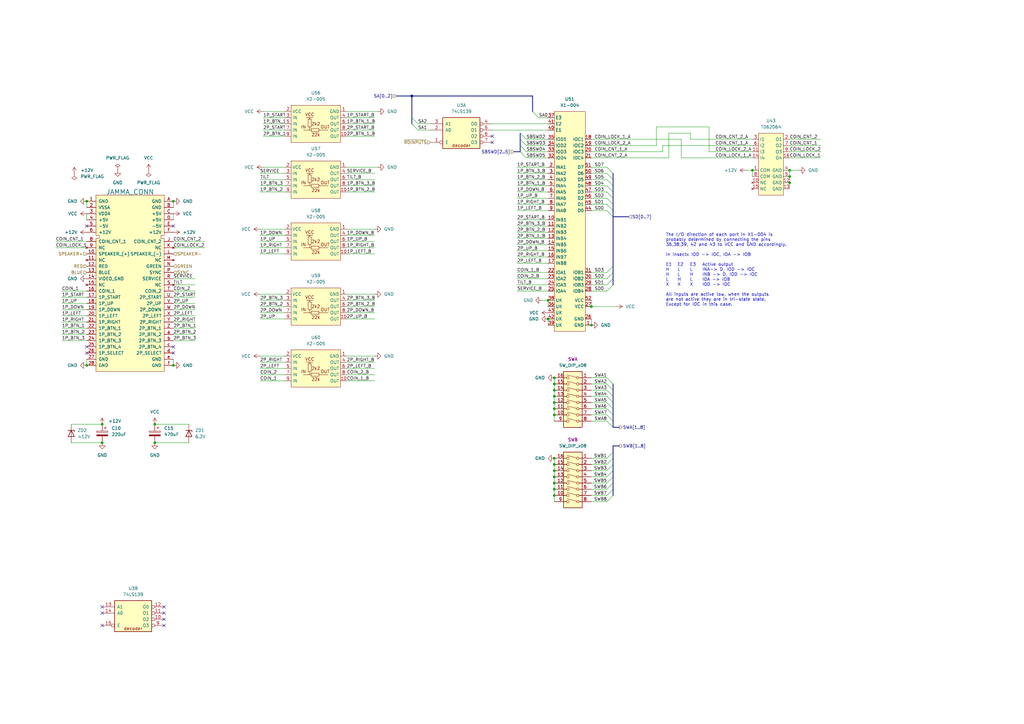
<source format=kicad_sch>
(kicad_sch (version 20211123) (generator eeschema)
  (paper "A3")
  (title_block (title "Insector X - P0-056A") (date "2022-11-14") (company "Ulf Skutnabba, twitter: @skutis77"))
  (lib_symbols
    (symbol "Device:C_Polarized" (pin_numbers hide) (pin_names (offset 0.254))
      (property "Reference" "C" (at 0.635 2.54 0))
      (property "Value" "C_Polarized" (at 0.635 -2.54 0))
      (symbol "C_Polarized_0_1"
        (rectangle (start -2.286 0.508) (end 2.286 1.016))
        (polyline (pts (xy -1.778 2.286) (xy -0.762 2.286)))
        (polyline (pts (xy -1.27 2.794) (xy -1.27 1.778)))
        (rectangle (start 2.286 -0.508) (end -2.286 -1.016) (fill (type outline)))
      )
      (symbol "C_Polarized_1_1"
        (pin passive line (at 0 3.81 270) (length 2.794) (name "~") (number "1"))
        (pin passive line (at 0 -3.81 90) (length 2.794) (name "~") (number "2"))
      )
    )
    (symbol "Device:D_Zener" (pin_numbers hide) (pin_names (offset 1.016) hide)
      (property "Reference" "D" (at 0 2.54 0))
      (property "Value" "D_Zener" (at 0 -2.54 0))
      (symbol "D_Zener_0_1"
        (polyline (pts (xy 1.27 0) (xy -1.27 0)))
        (polyline (pts (xy -1.27 -1.27) (xy -1.27 1.27) (xy -0.762 1.27)) (stroke (width 0.254)))
        (polyline (pts (xy 1.27 -1.27) (xy 1.27 1.27) (xy -1.27 0) (xy 1.27 -1.27)) (stroke (width 0.254)))
      )
      (symbol "D_Zener_1_1"
        (pin passive line (at -3.81 0 0) (length 2.54) (name "K") (number "1"))
        (pin passive line (at 3.81 0 180) (length 2.54) (name "A") (number "2"))
      )
    )
    (symbol "Switch:SW_DIP_x08" (pin_names (offset 0) hide)
      (property "Reference" "SW" (at 0 13.97 0))
      (property "Value" "SW_DIP_x08" (at 0 -11.43 0))
      (symbol "SW_DIP_x08_0_0"
        (circle (center -2.032 -7.62) (radius 0.508))
        (circle (center -2.032 -5.08) (radius 0.508))
        (circle (center -2.032 -2.54) (radius 0.508))
        (circle (center -2.032 0) (radius 0.508))
        (circle (center -2.032 2.54) (radius 0.508))
        (circle (center -2.032 5.08) (radius 0.508))
        (circle (center -2.032 7.62) (radius 0.508))
        (circle (center -2.032 10.16) (radius 0.508))
        (polyline (pts (xy -1.524 -7.4676) (xy 2.3622 -6.4262)))
        (polyline (pts (xy -1.524 -4.9276) (xy 2.3622 -3.8862)))
        (polyline (pts (xy -1.524 -2.3876) (xy 2.3622 -1.3462)))
        (polyline (pts (xy -1.524 0.127) (xy 2.3622 1.1684)))
        (polyline (pts (xy -1.524 2.667) (xy 2.3622 3.7084)))
        (polyline (pts (xy -1.524 5.207) (xy 2.3622 6.2484)))
        (polyline (pts (xy -1.524 7.747) (xy 2.3622 8.7884)))
        (polyline (pts (xy -1.524 10.287) (xy 2.3622 11.3284)))
        (circle (center 2.032 -7.62) (radius 0.508))
        (circle (center 2.032 -5.08) (radius 0.508))
        (circle (center 2.032 -2.54) (radius 0.508))
        (circle (center 2.032 0) (radius 0.508))
        (circle (center 2.032 2.54) (radius 0.508))
        (circle (center 2.032 5.08) (radius 0.508))
        (circle (center 2.032 7.62) (radius 0.508))
        (circle (center 2.032 10.16) (radius 0.508))
      )
      (symbol "SW_DIP_x08_0_1"
        (rectangle (start -3.81 12.7) (end 3.81 -10.16) (stroke (width 0.254)) (fill (type background)))
      )
      (symbol "SW_DIP_x08_1_1"
        (pin passive line (at -7.62 10.16 0) (length 5.08) (name "~") (number "1"))
        (pin passive line (at 7.62 -5.08 180) (length 5.08) (name "~") (number "10"))
        (pin passive line (at 7.62 -2.54 180) (length 5.08) (name "~") (number "11"))
        (pin passive line (at 7.62 0 180) (length 5.08) (name "~") (number "12"))
        (pin passive line (at 7.62 2.54 180) (length 5.08) (name "~") (number "13"))
        (pin passive line (at 7.62 5.08 180) (length 5.08) (name "~") (number "14"))
        (pin passive line (at 7.62 7.62 180) (length 5.08) (name "~") (number "15"))
        (pin passive line (at 7.62 10.16 180) (length 5.08) (name "~") (number "16"))
        (pin passive line (at -7.62 7.62 0) (length 5.08) (name "~") (number "2"))
        (pin passive line (at -7.62 5.08 0) (length 5.08) (name "~") (number "3"))
        (pin passive line (at -7.62 2.54 0) (length 5.08) (name "~") (number "4"))
        (pin passive line (at -7.62 0 0) (length 5.08) (name "~") (number "5"))
        (pin passive line (at -7.62 -2.54 0) (length 5.08) (name "~") (number "6"))
        (pin passive line (at -7.62 -5.08 0) (length 5.08) (name "~") (number "7"))
        (pin passive line (at -7.62 -7.62 0) (length 5.08) (name "~") (number "8"))
        (pin passive line (at 7.62 -7.62 180) (length 5.08) (name "~") (number "9"))
      )
    )
    (symbol "arcade:JAMMA_CONN" (pin_names (offset 1.016))
      (property "Reference" "U" (at 10.16 -8.89 90))
      (property "Value" "JAMMA_CONN" (at 13.97 -10.16 90))
      (symbol "JAMMA_CONN_0_1"
        (polyline (pts (xy 0 0) (xy 0 -16.51) (xy 1.27 -16.51) (xy 1.27 -17.78) (xy 0 -17.78) (xy 0 -72.39) (xy 27.94 -72.39) (xy 27.94 -17.78) (xy 26.67 -17.78) (xy 26.67 -16.51) (xy 27.94 -16.51) (xy 27.94 0) (xy 0 0)) (fill (type background)))
      )
      (symbol "JAMMA_CONN_1_1"
        (pin passive line (at -3.81 -2.54 0) (length 3.81) (name "GND") (number "1"))
        (pin input line (at -3.81 -24.13 0) (length 3.81) (name "SPEAKER_(+)") (number "10"))
        (pin no_connect line (at -3.81 -26.67 0) (length 3.81) (name "NC") (number "11"))
        (pin input line (at -3.81 -29.21 0) (length 3.81) (name "RED") (number "12"))
        (pin input line (at -3.81 -31.75 0) (length 3.81) (name "BLUE") (number "13"))
        (pin passive line (at -3.81 -34.29 0) (length 3.81) (name "VIDEO_GND") (number "14"))
        (pin no_connect line (at -3.81 -36.83 0) (length 3.81) (name "NC") (number "15"))
        (pin output line (at -3.81 -39.37 0) (length 3.81) (name "COIN_1") (number "16"))
        (pin output line (at -3.81 -41.91 0) (length 3.81) (name "1P_START") (number "17"))
        (pin output line (at -3.81 -44.45 0) (length 3.81) (name "1P_UP") (number "18"))
        (pin output line (at -3.81 -46.99 0) (length 3.81) (name "1P_DOWN") (number "19"))
        (pin passive line (at -3.81 -5.08 0) (length 3.81) (name "VSSA") (number "2"))
        (pin output line (at -3.81 -49.53 0) (length 3.81) (name "1P_LEFT") (number "20"))
        (pin output line (at -3.81 -52.07 0) (length 3.81) (name "1P_RIGHT") (number "21"))
        (pin output line (at -3.81 -54.61 0) (length 3.81) (name "1P_BTN_1") (number "22"))
        (pin output line (at -3.81 -57.15 0) (length 3.81) (name "1P_BTN_2") (number "23"))
        (pin output line (at -3.81 -59.69 0) (length 3.81) (name "1P_BTN_3") (number "24"))
        (pin output line (at -3.81 -62.23 0) (length 3.81) (name "1P_BTN_4") (number "25"))
        (pin output line (at -3.81 -64.77 0) (length 3.81) (name "1P_SELECT") (number "26"))
        (pin passive line (at -3.81 -67.31 0) (length 3.81) (name "GND") (number "27"))
        (pin passive line (at -3.81 -69.85 0) (length 3.81) (name "GND") (number "28"))
        (pin passive line (at -3.81 -7.62 0) (length 3.81) (name "VDDA") (number "3"))
        (pin passive line (at -3.81 -10.16 0) (length 3.81) (name "+5V") (number "4"))
        (pin passive line (at -3.81 -12.7 0) (length 3.81) (name "-5V") (number "5"))
        (pin passive line (at -3.81 -15.24 0) (length 3.81) (name "+12V") (number "6"))
        (pin input line (at -3.81 -19.05 0) (length 3.81) (name "COIN_CNT_1") (number "8"))
        (pin no_connect line (at -3.81 -21.59 0) (length 3.81) (name "NC") (number "9"))
        (pin passive line (at 31.75 -2.54 180) (length 3.81) (name "GND") (number "A"))
        (pin passive line (at 31.75 -5.08 180) (length 3.81) (name "GND") (number "B"))
        (pin passive line (at 31.75 -7.62 180) (length 3.81) (name "+5V") (number "C"))
        (pin passive line (at 31.75 -10.16 180) (length 3.81) (name "+5V") (number "D"))
        (pin passive line (at 31.75 -12.7 180) (length 3.81) (name "-5V") (number "E"))
        (pin passive line (at 31.75 -15.24 180) (length 3.81) (name "+12V") (number "F"))
        (pin input line (at 31.75 -19.05 180) (length 3.81) (name "COIN_CNT_2") (number "J"))
        (pin no_connect line (at 31.75 -21.59 180) (length 3.81) (name "NC") (number "K"))
        (pin input line (at 31.75 -24.13 180) (length 3.81) (name "SPEAKER_(-)") (number "L"))
        (pin no_connect line (at 31.75 -26.67 180) (length 3.81) (name "NC") (number "M"))
        (pin input line (at 31.75 -29.21 180) (length 3.81) (name "GREEN") (number "N"))
        (pin input line (at 31.75 -31.75 180) (length 3.81) (name "SYNC") (number "P"))
        (pin output line (at 31.75 -34.29 180) (length 3.81) (name "SERVICE") (number "R"))
        (pin no_connect line (at 31.75 -36.83 180) (length 3.81) (name "NC") (number "S"))
        (pin output line (at 31.75 -39.37 180) (length 3.81) (name "COIN_2") (number "T"))
        (pin output line (at 31.75 -41.91 180) (length 3.81) (name "2P_START") (number "U"))
        (pin output line (at 31.75 -44.45 180) (length 3.81) (name "2P_UP") (number "V"))
        (pin output line (at 31.75 -46.99 180) (length 3.81) (name "2P_DOWN") (number "W"))
        (pin output line (at 31.75 -49.53 180) (length 3.81) (name "2P_LEFT") (number "X"))
        (pin output line (at 31.75 -52.07 180) (length 3.81) (name "2P_RIGHT") (number "Y"))
        (pin output line (at 31.75 -54.61 180) (length 3.81) (name "2P_BTN_1") (number "Z"))
        (pin output line (at 31.75 -57.15 180) (length 3.81) (name "2P_BTN_2") (number "a"))
        (pin output line (at 31.75 -59.69 180) (length 3.81) (name "2P_BTN_3") (number "b"))
        (pin output line (at 31.75 -62.23 180) (length 3.81) (name "2P_BTN_4") (number "c"))
        (pin output line (at 31.75 -64.77 180) (length 3.81) (name "2P_SELECT") (number "d"))
        (pin passive line (at 31.75 -67.31 180) (length 3.81) (name "GND") (number "e"))
        (pin passive line (at 31.75 -69.85 180) (length 3.81) (name "GND") (number "f"))
      )
    )
    (symbol "jt74:74LS139" (pin_names (offset 1.016))
      (property "Reference" "U" (at -7.62 8.89 0))
      (property "Value" "74LS139" (at -7.62 -8.89 0))
      (symbol "74LS139_0_0"
        (text "decoder" (at 0 -6.35 0) (effects (font (size 1.27 1.27))))
      )
      (symbol "74LS139_1_0"
        (pin input inverted (at -12.7 -5.08 0) (length 5.08) (name "E") (number "1"))
        (pin input line (at -12.7 0 0) (length 5.08) (name "A0") (number "2"))
        (pin input line (at -12.7 2.54 0) (length 5.08) (name "A1") (number "3"))
        (pin output inverted (at 12.7 2.54 180) (length 5.08) (name "O0") (number "4"))
        (pin output inverted (at 12.7 0 180) (length 5.08) (name "O1") (number "5"))
        (pin output inverted (at 12.7 -2.54 180) (length 5.08) (name "O2") (number "6"))
        (pin output inverted (at 12.7 -5.08 180) (length 5.08) (name "O3") (number "7"))
      )
      (symbol "74LS139_1_1"
        (rectangle (start -7.62 5.08) (end 7.62 -7.62) (stroke (width 0.254)) (fill (type background)))
      )
      (symbol "74LS139_2_0"
        (pin output inverted (at 12.7 -2.54 180) (length 5.08) (name "O2") (number "10"))
        (pin output inverted (at 12.7 0 180) (length 5.08) (name "O1") (number "11"))
        (pin output inverted (at 12.7 2.54 180) (length 5.08) (name "O0") (number "12"))
        (pin input line (at -12.7 2.54 0) (length 5.08) (name "A1") (number "13"))
        (pin input line (at -12.7 0 0) (length 5.08) (name "A0") (number "14"))
        (pin input inverted (at -12.7 -5.08 0) (length 5.08) (name "E") (number "15"))
        (pin output inverted (at 12.7 -5.08 180) (length 5.08) (name "O3") (number "9"))
      )
      (symbol "74LS139_2_1"
        (rectangle (start -7.62 5.08) (end 7.62 -7.62) (stroke (width 0.254)) (fill (type background)))
      )
      (symbol "74LS139_3_0"
        (pin power_in line (at 0 7.62 270) (length 5.08) hide (name "VCC") (number "16"))
        (pin power_in line (at 0 -7.62 90) (length 5.08) hide (name "VSS") (number "8"))
      )
      (symbol "74LS139_3_1"
        (rectangle (start -5.08 7.62) (end 5.08 -7.62) (stroke (width 0.254)) (fill (type background)))
      )
    )
    (symbol "jtkicad-Toshiba:TD62064"
      (property "Reference" "U" (at 0 13.97 0))
      (property "Value" "TD62064" (at 0 0 0))
      (symbol "TD62064_0_1"
        (rectangle (start -5.08 12.7) (end 5.08 -12.7) (fill (type background)))
      )
      (symbol "TD62064_1_1"
        (pin power_in line (at -7.62 -2.54 0) (length 2.54) (name "COM") (number "1"))
        (pin no_connect line (at -7.62 -7.62 0) (length 2.54) (name "NC") (number "10"))
        (pin input line (at -7.62 5.08 0) (length 2.54) (name "I3") (number "11"))
        (pin power_in line (at 7.62 -7.62 180) (length 2.54) (name "GND") (number "12"))
        (pin power_in line (at 7.62 -10.16 180) (length 2.54) (name "GND") (number "13"))
        (pin input line (at -7.62 2.54 0) (length 2.54) (name "I4") (number "14"))
        (pin no_connect line (at -7.62 -10.16 0) (length 2.54) (name "NC") (number "15"))
        (pin open_collector line (at 7.62 2.54 180) (length 2.54) (name "O4") (number "16"))
        (pin open_collector line (at 7.62 10.16 180) (length 2.54) (name "O1") (number "2"))
        (pin input line (at -7.62 10.16 0) (length 2.54) (name "I1") (number "3"))
        (pin power_in line (at 7.62 -2.54 180) (length 2.54) (name "GND") (number "4"))
        (pin power_in line (at 7.62 -5.08 180) (length 2.54) (name "GND") (number "5"))
        (pin input line (at -7.62 7.62 0) (length 2.54) (name "I2") (number "6"))
        (pin open_collector line (at 7.62 7.62 180) (length 2.54) (name "O2") (number "7"))
        (pin power_in line (at -7.62 -5.08 0) (length 2.54) (name "COM") (number "8"))
        (pin open_collector line (at 7.62 5.08 180) (length 2.54) (name "O3") (number "9"))
      )
    )
    (symbol "jtkicad-seta:X1-004"
      (property "Reference" "U" (at 0 46.99 0))
      (property "Value" "X1-004" (at 0 -45.72 0))
      (symbol "X1-004_0_0"
        (rectangle (start -6.35 45.72) (end 6.35 -44.45) (fill (type background)))
      )
      (symbol "X1-004_1_1"
        (pin power_in line (at 8.89 -41.91 180) (length 2.54) (name "GND") (number "1"))
        (pin input line (at -8.89 1.27 0) (length 2.54) (name "INB1") (number "10"))
        (pin input line (at -8.89 -1.27 0) (length 2.54) (name "INB2") (number "11"))
        (pin input line (at -8.89 -3.81 0) (length 2.54) (name "INB3") (number "12"))
        (pin input line (at -8.89 -6.35 0) (length 2.54) (name "INB4") (number "13"))
        (pin input line (at -8.89 -8.89 0) (length 2.54) (name "INB5") (number "14"))
        (pin input line (at -8.89 -11.43 0) (length 2.54) (name "INB6") (number "15"))
        (pin input line (at -8.89 -13.97 0) (length 2.54) (name "INB7") (number "16"))
        (pin input line (at -8.89 -16.51 0) (length 2.54) (name "INB8") (number "17"))
        (pin bidirectional line (at 8.89 34.29 180) (length 2.54) (name "IOC1") (number "18"))
        (pin bidirectional line (at 8.89 31.75 180) (length 2.54) (name "IOC2") (number "19"))
        (pin input line (at -8.89 22.86 0) (length 2.54) (name "INA1") (number "2"))
        (pin bidirectional line (at 8.89 29.21 180) (length 2.54) (name "IOC3") (number "20"))
        (pin bidirectional line (at 8.89 26.67 180) (length 2.54) (name "IOC4") (number "21"))
        (pin bidirectional line (at -8.89 -20.32 0) (length 2.54) (name "IOA1") (number "22"))
        (pin bidirectional line (at -8.89 -22.86 0) (length 2.54) (name "IOA2") (number "23"))
        (pin bidirectional line (at -8.89 -25.4 0) (length 2.54) (name "IOA3") (number "24"))
        (pin bidirectional line (at -8.89 -27.94 0) (length 2.54) (name "IOA4") (number "25"))
        (pin power_in line (at 8.89 -39.37 180) (length 2.54) (name "GND") (number "26"))
        (pin power_in line (at 8.89 -34.29 180) (length 2.54) (name "VCC") (number "27"))
        (pin bidirectional line (at 8.89 -27.94 180) (length 2.54) (name "IOB4") (number "28"))
        (pin bidirectional line (at 8.89 -25.4 180) (length 2.54) (name "IOB3") (number "29"))
        (pin input line (at -8.89 20.32 0) (length 2.54) (name "INA2") (number "3"))
        (pin bidirectional line (at 8.89 -22.86 180) (length 2.54) (name "IOB2") (number "30"))
        (pin bidirectional line (at 8.89 -20.32 180) (length 2.54) (name "IOB1") (number "31"))
        (pin bidirectional line (at -8.89 26.67 0) (length 2.54) (name "IOD4") (number "32"))
        (pin bidirectional line (at -8.89 29.21 0) (length 2.54) (name "IOD3") (number "33"))
        (pin bidirectional line (at -8.89 31.75 0) (length 2.54) (name "IOD2") (number "34"))
        (pin bidirectional line (at -8.89 34.29 0) (length 2.54) (name "IOD1") (number "35"))
        (pin input line (at -8.89 -34.29 0) (length 2.54) (name "UK") (number "36"))
        (pin input line (at -8.89 43.18 0) (length 2.54) (name "E3") (number "37"))
        (pin input line (at -8.89 -31.75 0) (length 2.54) (name "UK") (number "38"))
        (pin input line (at -8.89 -41.91 0) (length 2.54) (name "UK") (number "39"))
        (pin input line (at -8.89 17.78 0) (length 2.54) (name "INA3") (number "4"))
        (pin input line (at -8.89 38.1 0) (length 2.54) (name "E1") (number "40"))
        (pin input line (at -8.89 40.64 0) (length 2.54) (name "E2") (number "41"))
        (pin input line (at -8.89 -39.37 0) (length 2.54) (name "UK") (number "42"))
        (pin input line (at -8.89 -36.83 0) (length 2.54) (name "UK") (number "43"))
        (pin output line (at 8.89 5.08 180) (length 2.54) (name "D0") (number "44"))
        (pin output line (at 8.89 7.62 180) (length 2.54) (name "D1") (number "45"))
        (pin output line (at 8.89 10.16 180) (length 2.54) (name "D2") (number "46"))
        (pin output line (at 8.89 12.7 180) (length 2.54) (name "D3") (number "47"))
        (pin output line (at 8.89 15.24 180) (length 2.54) (name "D4") (number "48"))
        (pin output line (at 8.89 17.78 180) (length 2.54) (name "D5") (number "49"))
        (pin input line (at -8.89 15.24 0) (length 2.54) (name "INA4") (number "5"))
        (pin output line (at 8.89 20.32 180) (length 2.54) (name "D6") (number "50"))
        (pin output line (at 8.89 22.86 180) (length 2.54) (name "D7") (number "51"))
        (pin power_in line (at 8.89 -31.75 180) (length 2.54) (name "VCC") (number "52"))
        (pin input line (at -8.89 12.7 0) (length 2.54) (name "INA5") (number "6"))
        (pin input line (at -8.89 10.16 0) (length 2.54) (name "INA6") (number "7"))
        (pin input line (at -8.89 7.62 0) (length 2.54) (name "INA7") (number "8"))
        (pin input line (at -8.89 5.08 0) (length 2.54) (name "INA8") (number "9"))
      )
    )
    (symbol "power:+12V" (power) (pin_names (offset 0))
      (property "Value" "+12V" (at 0 3.556 0))
      (symbol "+12V_0_1"
        (polyline (pts (xy -0.762 1.27) (xy 0 2.54)))
        (polyline (pts (xy 0 0) (xy 0 2.54)))
        (polyline (pts (xy 0 2.54) (xy 0.762 1.27)))
      )
      (symbol "+12V_1_1"
        (pin power_in line (at 0 0 90) (length 0) hide (name "+12V") (number "1"))
      )
    )
    (symbol "power:GND" (power) (pin_names (offset 0))
      (property "Value" "GND" (at 0 -3.81 0))
      (symbol "GND_0_1"
        (polyline (pts (xy 0 0) (xy 0 -1.27) (xy 1.27 -1.27) (xy 0 -2.54) (xy -1.27 -1.27) (xy 0 -1.27)))
      )
      (symbol "GND_1_1"
        (pin power_in line (at 0 0 270) (length 0) hide (name "GND") (number "1"))
      )
    )
    (symbol "power:PWR_FLAG" (power) (pin_numbers hide) (pin_names (offset 0) hide)
      (property "Value" "PWR_FLAG" (at 0 3.81 0))
      (symbol "PWR_FLAG_0_0"
        (pin power_out line (at 0 0 90) (length 0) (name "pwr") (number "1"))
      )
      (symbol "PWR_FLAG_0_1"
        (polyline (pts (xy 0 0) (xy 0 1.27) (xy -1.016 1.905) (xy 0 2.54) (xy 1.016 1.905) (xy 0 1.27)))
      )
    )
    (symbol "power:VCC" (power) (pin_names (offset 0))
      (property "Value" "VCC" (at 0 3.81 0))
      (symbol "VCC_0_1"
        (polyline (pts (xy -0.762 1.27) (xy 0 2.54)))
        (polyline (pts (xy 0 0) (xy 0 2.54)))
        (polyline (pts (xy 0 2.54) (xy 0.762 1.27)))
      )
      (symbol "VCC_1_1"
        (pin power_in line (at 0 0 90) (length 0) hide (name "VCC") (number "1"))
      )
    )
    (symbol "seta:X2-005"
      (property "Reference" "U" (at 11.43 3.81 0))
      (property "Value" "X2-005" (at 11.43 -13.97 0))
      (symbol "X2-005_0_0"
        (polyline (pts (xy 7.62 -7.62) (xy 10.795 -7.62)))
        (polyline (pts (xy 8.89 -2.54) (xy 11.43 -2.54)))
        (polyline (pts (xy 10.16 -6.35) (xy 10.16 -7.62)))
        (polyline (pts (xy 13.97 -7.62) (xy 17.78 -7.62)))
        (polyline (pts (xy 10.16 -3.175) (xy 10.16 -2.54) (xy 9.525 -2.54)))
        (rectangle (start 2.54 2.54) (end 22.86 -12.7) (fill (type background)))
        (text "22k" (at 12.7 -9.525 0) (effects (font (size 1.27 1.27))))
        (text "2k2" (at 12.7 -5.08 0) (effects (font (size 1.27 1.27))))
        (text "IN" (at 7.62 -6.35 0) (effects (font (size 1.27 1.27))))
        (text "OUT" (at 16.51 -6.35 0) (effects (font (size 1.27 1.27))))
        (text "VCC" (at 10.16 -1.27 0) (effects (font (size 1.27 1.27))))
      )
      (symbol "X2-005_0_1"
        (rectangle (start 9.525 -6.35) (end 10.795 -3.175))
        (rectangle (start 10.795 -6.985) (end 13.97 -8.255))
      )
      (symbol "X2-005_1_1"
        (pin passive line (at 25.4 0 180) (length 2.54) (name "GND") (number "1"))
        (pin passive line (at 25.4 -10.16 180) (length 2.54) (name "OUT") (number "10"))
        (pin passive line (at 0 0 0) (length 2.54) (name "VCC") (number "2"))
        (pin passive line (at 0 -2.54 0) (length 2.54) (name "IN") (number "3"))
        (pin passive line (at 25.4 -2.54 180) (length 2.54) (name "OUT") (number "4"))
        (pin passive line (at 0 -5.08 0) (length 2.54) (name "IN") (number "5"))
        (pin passive line (at 25.4 -5.08 180) (length 2.54) (name "OUT") (number "6"))
        (pin passive line (at 0 -7.62 0) (length 2.54) (name "IN") (number "7"))
        (pin passive line (at 25.4 -7.62 180) (length 2.54) (name "OUT") (number "8"))
        (pin passive line (at 0 -10.16 0) (length 2.54) (name "IN") (number "9"))
      )
    )
  )
  (junction (at 227.33 200.66))
  (junction (at 323.85 74.93))
  (junction (at 227.33 162.56))
  (junction (at 323.85 69.85))
  (junction (at 227.33 157.48))
  (junction (at 242.57 125.73))
  (junction (at 227.33 195.58))
  (junction (at 35.56 149.86))
  (junction (at 227.33 193.04))
  (junction (at 308.61 69.85))
  (junction (at 227.33 170.18))
  (junction (at 41.91 181.61))
  (junction (at 227.33 167.64))
  (junction (at 323.85 72.39))
  (junction (at 227.33 187.96))
  (junction (at 63.5 173.99))
  (junction (at 227.33 165.1))
  (junction (at 63.5 181.61))
  (junction (at 242.57 133.35))
  (junction (at 224.79 130.81))
  (junction (at 227.33 198.12))
  (junction (at 41.91 173.99))
  (junction (at 227.33 190.5))
  (junction (at 227.33 160.02))
  (junction (at 227.33 154.94))
  (junction (at 227.33 203.2))
  (junction (at 71.12 149.86))
  (junction (at 71.12 82.55))
  (junction (at 224.79 123.19))
  (junction (at 35.56 82.55))
  (junction (at 168.91 39.37))
  (no_connect (at 41.91 248.92))
  (no_connect (at 41.91 251.46))
  (no_connect (at 41.91 256.54))
  (no_connect (at 67.31 248.92))
  (no_connect (at 67.31 251.46))
  (no_connect (at 67.31 254))
  (no_connect (at 67.31 256.54))
  (no_connect (at 71.12 92.71))
  (no_connect (at 35.56 92.71))
  (no_connect (at 201.93 55.88))
  (no_connect (at 201.93 58.42))
  (no_connect (at 35.56 142.24))
  (no_connect (at 35.56 144.78))
  (no_connect (at 71.12 144.78))
  (no_connect (at 71.12 142.24))
  (bus_entry (at 248.92 172.72) (size 2.54 2.54))
  (bus_entry (at 248.92 78.74) (size 2.54 2.54))
  (bus_entry (at 248.92 111.76) (size 2.54 -2.54))
  (bus_entry (at 248.92 167.64) (size 2.54 2.54))
  (bus_entry (at 248.92 193.04) (size 2.54 -2.54))
  (bus_entry (at 248.92 203.2) (size 2.54 -2.54))
  (bus_entry (at 248.92 165.1) (size 2.54 2.54))
  (bus_entry (at 248.92 83.82) (size 2.54 2.54))
  (bus_entry (at 248.92 200.66) (size 2.54 -2.54))
  (bus_entry (at 248.92 190.5) (size 2.54 -2.54))
  (bus_entry (at 248.92 119.38) (size 2.54 -2.54))
  (bus_entry (at 248.92 116.84) (size 2.54 -2.54))
  (bus_entry (at 248.92 71.12) (size 2.54 2.54))
  (bus_entry (at 248.92 205.74) (size 2.54 -2.54))
  (bus_entry (at 248.92 157.48) (size 2.54 2.54))
  (bus_entry (at 248.92 154.94) (size 2.54 2.54))
  (bus_entry (at 248.92 81.28) (size 2.54 2.54))
  (bus_entry (at 248.92 170.18) (size 2.54 2.54))
  (bus_entry (at 248.92 198.12) (size 2.54 -2.54))
  (bus_entry (at 248.92 86.36) (size 2.54 2.54))
  (bus_entry (at 213.36 54.61) (size 2.54 2.54))
  (bus_entry (at 168.91 50.8) (size 2.54 2.54))
  (bus_entry (at 168.91 48.26) (size 2.54 2.54))
  (bus_entry (at 218.44 45.72) (size 2.54 2.54))
  (bus_entry (at 213.36 59.69) (size 2.54 2.54))
  (bus_entry (at 248.92 73.66) (size 2.54 2.54))
  (bus_entry (at 248.92 195.58) (size 2.54 -2.54))
  (bus_entry (at 248.92 160.02) (size 2.54 2.54))
  (bus_entry (at 248.92 68.58) (size 2.54 2.54))
  (bus_entry (at 248.92 187.96) (size 2.54 -2.54))
  (bus_entry (at 213.36 57.15) (size 2.54 2.54))
  (bus_entry (at 213.36 62.23) (size 2.54 2.54))
  (bus_entry (at 248.92 162.56) (size 2.54 2.54))
  (bus_entry (at 248.92 76.2) (size 2.54 2.54))
  (bus_entry (at 248.92 114.3) (size 2.54 -2.54))
  (wire (pts (xy 106.68 146.05) (xy 116.84 146.05)))
  (wire (pts (xy 242.57 119.38) (xy 248.92 119.38)))
  (wire (pts (xy 171.45 53.34) (xy 176.53 53.34)))
  (wire (pts (xy 71.12 134.62) (xy 80.01 134.62)))
  (wire (pts (xy 106.68 78.74) (xy 116.84 78.74)))
  (bus (pts (xy 251.46 111.76) (xy 251.46 109.22)))
  (wire (pts (xy 71.12 101.6) (xy 83.82 101.6)))
  (wire (pts (xy 227.33 167.64) (xy 227.33 170.18)))
  (wire (pts (xy 215.9 59.69) (xy 224.79 59.69)))
  (wire (pts (xy 242.57 165.1) (xy 248.92 165.1)))
  (wire (pts (xy 25.4 134.62) (xy 35.56 134.62)))
  (bus (pts (xy 251.46 172.72) (xy 251.46 175.26)))
  (wire (pts (xy 25.4 139.7) (xy 35.56 139.7)))
  (bus (pts (xy 251.46 200.66) (xy 251.46 198.12)))
  (wire (pts (xy 323.85 69.85) (xy 323.85 72.39)))
  (wire (pts (xy 29.21 181.61) (xy 41.91 181.61)))
  (wire (pts (xy 212.09 86.36) (xy 224.79 86.36)))
  (wire (pts (xy 212.09 111.76) (xy 224.79 111.76)))
  (wire (pts (xy 227.33 160.02) (xy 227.33 162.56)))
  (wire (pts (xy 25.4 121.92) (xy 35.56 121.92)))
  (wire (pts (xy 242.57 198.12) (xy 248.92 198.12)))
  (wire (pts (xy 107.95 48.26) (xy 116.84 48.26)))
  (bus (pts (xy 210.82 62.23) (xy 213.36 62.23)))
  (wire (pts (xy 274.32 64.77) (xy 274.32 54.61)))
  (wire (pts (xy 222.25 123.19) (xy 224.79 123.19)))
  (wire (pts (xy 142.24 50.8) (xy 153.67 50.8)))
  (wire (pts (xy 71.12 124.46) (xy 80.01 124.46)))
  (wire (pts (xy 242.57 190.5) (xy 248.92 190.5)))
  (wire (pts (xy 142.24 123.19) (xy 153.67 123.19)))
  (bus (pts (xy 251.46 116.84) (xy 251.46 114.3)))
  (wire (pts (xy 242.57 157.48) (xy 248.92 157.48)))
  (wire (pts (xy 290.83 52.07) (xy 269.24 52.07)))
  (wire (pts (xy 242.57 81.28) (xy 248.92 81.28)))
  (wire (pts (xy 242.57 64.77) (xy 274.32 64.77)))
  (wire (pts (xy 227.33 165.1) (xy 227.33 167.64)))
  (wire (pts (xy 142.24 55.88) (xy 153.67 55.88)))
  (wire (pts (xy 142.24 101.6) (xy 153.67 101.6)))
  (wire (pts (xy 212.09 105.41) (xy 224.79 105.41)))
  (wire (pts (xy 71.12 116.84) (xy 80.01 116.84)))
  (wire (pts (xy 242.57 195.58) (xy 248.92 195.58)))
  (bus (pts (xy 251.46 83.82) (xy 251.46 86.36)))
  (wire (pts (xy 227.33 154.94) (xy 227.33 157.48)))
  (bus (pts (xy 251.46 187.96) (xy 251.46 185.42)))
  (wire (pts (xy 212.09 114.3) (xy 224.79 114.3)))
  (wire (pts (xy 22.86 101.6) (xy 35.56 101.6)))
  (bus (pts (xy 251.46 160.02) (xy 251.46 162.56)))
  (bus (pts (xy 213.36 57.15) (xy 213.36 54.61)))
  (wire (pts (xy 271.78 59.69) (xy 308.61 59.69)))
  (wire (pts (xy 242.57 187.96) (xy 248.92 187.96)))
  (wire (pts (xy 323.85 62.23) (xy 336.55 62.23)))
  (wire (pts (xy 242.57 170.18) (xy 248.92 170.18)))
  (bus (pts (xy 251.46 86.36) (xy 251.46 88.9)))
  (wire (pts (xy 308.61 69.85) (xy 308.61 72.39)))
  (bus (pts (xy 251.46 203.2) (xy 251.46 200.66)))
  (wire (pts (xy 106.68 96.52) (xy 116.84 96.52)))
  (wire (pts (xy 290.83 62.23) (xy 308.61 62.23)))
  (wire (pts (xy 242.57 78.74) (xy 248.92 78.74)))
  (bus (pts (xy 251.46 198.12) (xy 251.46 195.58)))
  (wire (pts (xy 212.09 68.58) (xy 224.79 68.58)))
  (wire (pts (xy 327.66 69.85) (xy 323.85 69.85)))
  (wire (pts (xy 227.33 190.5) (xy 227.33 193.04)))
  (wire (pts (xy 224.79 130.81) (xy 224.79 133.35)))
  (bus (pts (xy 213.36 59.69) (xy 213.36 57.15)))
  (wire (pts (xy 25.4 119.38) (xy 35.56 119.38)))
  (wire (pts (xy 242.57 73.66) (xy 248.92 73.66)))
  (wire (pts (xy 106.68 71.12) (xy 116.84 71.12)))
  (wire (pts (xy 283.21 54.61) (xy 283.21 57.15)))
  (bus (pts (xy 251.46 193.04) (xy 251.46 190.5)))
  (bus (pts (xy 251.46 157.48) (xy 251.46 160.02)))
  (wire (pts (xy 242.57 130.81) (xy 242.57 133.35)))
  (wire (pts (xy 71.12 87.63) (xy 71.12 90.17)))
  (wire (pts (xy 142.24 96.52) (xy 153.67 96.52)))
  (wire (pts (xy 25.4 124.46) (xy 35.56 124.46)))
  (wire (pts (xy 142.24 48.26) (xy 153.67 48.26)))
  (wire (pts (xy 107.95 68.58) (xy 116.84 68.58)))
  (wire (pts (xy 142.24 128.27) (xy 153.67 128.27)))
  (wire (pts (xy 107.95 55.88) (xy 116.84 55.88)))
  (wire (pts (xy 242.57 200.66) (xy 248.92 200.66)))
  (wire (pts (xy 215.9 57.15) (xy 224.79 57.15)))
  (wire (pts (xy 25.4 132.08) (xy 35.56 132.08)))
  (wire (pts (xy 290.83 62.23) (xy 290.83 52.07)))
  (wire (pts (xy 212.09 116.84) (xy 224.79 116.84)))
  (wire (pts (xy 242.57 160.02) (xy 248.92 160.02)))
  (wire (pts (xy 306.07 69.85) (xy 308.61 69.85)))
  (wire (pts (xy 212.09 100.33) (xy 224.79 100.33)))
  (wire (pts (xy 242.57 154.94) (xy 248.92 154.94)))
  (wire (pts (xy 142.24 71.12) (xy 153.67 71.12)))
  (bus (pts (xy 251.46 88.9) (xy 251.46 109.22)))
  (wire (pts (xy 242.57 205.74) (xy 248.92 205.74)))
  (wire (pts (xy 142.24 148.59) (xy 153.67 148.59)))
  (wire (pts (xy 212.09 102.87) (xy 224.79 102.87)))
  (bus (pts (xy 251.46 195.58) (xy 251.46 193.04)))
  (wire (pts (xy 71.12 82.55) (xy 71.12 85.09)))
  (wire (pts (xy 227.33 187.96) (xy 227.33 190.5)))
  (wire (pts (xy 212.09 107.95) (xy 224.79 107.95)))
  (wire (pts (xy 142.24 156.21) (xy 153.67 156.21)))
  (wire (pts (xy 242.57 59.69) (xy 269.24 59.69)))
  (wire (pts (xy 153.67 93.98) (xy 142.24 93.98)))
  (wire (pts (xy 106.68 148.59) (xy 116.84 148.59)))
  (wire (pts (xy 106.68 130.81) (xy 116.84 130.81)))
  (wire (pts (xy 242.57 123.19) (xy 242.57 125.73)))
  (wire (pts (xy 242.57 86.36) (xy 248.92 86.36)))
  (bus (pts (xy 168.91 48.26) (xy 168.91 39.37)))
  (wire (pts (xy 212.09 83.82) (xy 224.79 83.82)))
  (wire (pts (xy 212.09 76.2) (xy 224.79 76.2)))
  (wire (pts (xy 227.33 162.56) (xy 227.33 165.1)))
  (wire (pts (xy 153.67 146.05) (xy 142.24 146.05)))
  (wire (pts (xy 227.33 195.58) (xy 227.33 198.12)))
  (wire (pts (xy 201.93 50.8) (xy 224.79 50.8)))
  (wire (pts (xy 212.09 81.28) (xy 224.79 81.28)))
  (wire (pts (xy 279.4 64.77) (xy 308.61 64.77)))
  (wire (pts (xy 106.68 104.14) (xy 116.84 104.14)))
  (wire (pts (xy 35.56 147.32) (xy 35.56 149.86)))
  (wire (pts (xy 153.67 120.65) (xy 142.24 120.65)))
  (wire (pts (xy 212.09 119.38) (xy 224.79 119.38)))
  (wire (pts (xy 283.21 57.15) (xy 308.61 57.15)))
  (wire (pts (xy 242.57 193.04) (xy 248.92 193.04)))
  (wire (pts (xy 71.12 121.92) (xy 80.01 121.92)))
  (wire (pts (xy 171.45 50.8) (xy 176.53 50.8)))
  (wire (pts (xy 25.4 127) (xy 35.56 127)))
  (wire (pts (xy 323.85 57.15) (xy 336.55 57.15)))
  (wire (pts (xy 106.68 151.13) (xy 116.84 151.13)))
  (wire (pts (xy 142.24 99.06) (xy 153.67 99.06)))
  (wire (pts (xy 71.12 129.54) (xy 80.01 129.54)))
  (wire (pts (xy 212.09 73.66) (xy 224.79 73.66)))
  (wire (pts (xy 242.57 76.2) (xy 248.92 76.2)))
  (wire (pts (xy 71.12 137.16) (xy 80.01 137.16)))
  (bus (pts (xy 213.36 62.23) (xy 213.36 59.69)))
  (wire (pts (xy 242.57 114.3) (xy 248.92 114.3)))
  (wire (pts (xy 242.57 57.15) (xy 279.4 57.15)))
  (wire (pts (xy 25.4 129.54) (xy 35.56 129.54)))
  (wire (pts (xy 212.09 71.12) (xy 224.79 71.12)))
  (wire (pts (xy 323.85 64.77) (xy 336.55 64.77)))
  (wire (pts (xy 107.95 53.34) (xy 116.84 53.34)))
  (wire (pts (xy 212.09 78.74) (xy 224.79 78.74)))
  (wire (pts (xy 142.24 73.66) (xy 153.67 73.66)))
  (wire (pts (xy 279.4 64.77) (xy 279.4 57.15)))
  (wire (pts (xy 242.57 83.82) (xy 248.92 83.82)))
  (wire (pts (xy 154.94 45.72) (xy 142.24 45.72)))
  (bus (pts (xy 251.46 167.64) (xy 251.46 170.18)))
  (wire (pts (xy 106.68 125.73) (xy 116.84 125.73)))
  (wire (pts (xy 242.57 167.64) (xy 248.92 167.64)))
  (bus (pts (xy 251.46 73.66) (xy 251.46 76.2)))
  (wire (pts (xy 63.5 181.61) (xy 77.47 181.61)))
  (bus (pts (xy 251.46 162.56) (xy 251.46 165.1)))
  (wire (pts (xy 242.57 125.73) (xy 252.73 125.73)))
  (wire (pts (xy 142.24 76.2) (xy 153.67 76.2)))
  (wire (pts (xy 142.24 151.13) (xy 153.67 151.13)))
  (wire (pts (xy 227.33 157.48) (xy 227.33 160.02)))
  (wire (pts (xy 220.98 48.26) (xy 224.79 48.26)))
  (wire (pts (xy 71.12 119.38) (xy 80.01 119.38)))
  (bus (pts (xy 251.46 190.5) (xy 251.46 187.96)))
  (bus (pts (xy 251.46 71.12) (xy 251.46 73.66)))
  (wire (pts (xy 25.4 137.16) (xy 35.56 137.16)))
  (wire (pts (xy 274.32 54.61) (xy 283.21 54.61)))
  (bus (pts (xy 251.46 81.28) (xy 251.46 83.82)))
  (wire (pts (xy 142.24 153.67) (xy 153.67 153.67)))
  (wire (pts (xy 107.95 45.72) (xy 116.84 45.72)))
  (bus (pts (xy 168.91 39.37) (xy 218.44 39.37)))
  (wire (pts (xy 106.68 153.67) (xy 116.84 153.67)))
  (bus (pts (xy 168.91 39.37) (xy 162.56 39.37)))
  (wire (pts (xy 242.57 62.23) (xy 271.78 62.23)))
  (wire (pts (xy 224.79 123.19) (xy 224.79 125.73)))
  (wire (pts (xy 71.12 147.32) (xy 71.12 149.86)))
  (wire (pts (xy 106.68 120.65) (xy 116.84 120.65)))
  (wire (pts (xy 242.57 203.2) (xy 248.92 203.2)))
  (bus (pts (xy 251.46 185.42) (xy 251.46 182.88)))
  (wire (pts (xy 142.24 125.73) (xy 153.67 125.73)))
  (wire (pts (xy 323.85 74.93) (xy 323.85 77.47)))
  (wire (pts (xy 242.57 172.72) (xy 248.92 172.72)))
  (wire (pts (xy 227.33 170.18) (xy 227.33 172.72)))
  (wire (pts (xy 242.57 68.58) (xy 248.92 68.58)))
  (wire (pts (xy 106.68 73.66) (xy 116.84 73.66)))
  (wire (pts (xy 106.68 99.06) (xy 116.84 99.06)))
  (wire (pts (xy 227.33 203.2) (xy 227.33 205.74)))
  (bus (pts (xy 218.44 39.37) (xy 218.44 45.72)))
  (bus (pts (xy 251.46 76.2) (xy 251.46 78.74)))
  (wire (pts (xy 71.12 127) (xy 80.01 127)))
  (wire (pts (xy 142.24 78.74) (xy 153.67 78.74)))
  (wire (pts (xy 71.12 114.3) (xy 80.01 114.3)))
  (wire (pts (xy 212.09 92.71) (xy 224.79 92.71)))
  (wire (pts (xy 227.33 200.66) (xy 227.33 203.2)))
  (wire (pts (xy 269.24 59.69) (xy 269.24 52.07)))
  (wire (pts (xy 106.68 128.27) (xy 116.84 128.27)))
  (bus (pts (xy 251.46 88.9) (xy 257.81 88.9)))
  (bus (pts (xy 251.46 114.3) (xy 251.46 111.76)))
  (wire (pts (xy 323.85 72.39) (xy 323.85 74.93)))
  (wire (pts (xy 323.85 59.69) (xy 336.55 59.69)))
  (wire (pts (xy 29.21 173.99) (xy 41.91 173.99)))
  (wire (pts (xy 142.24 68.58) (xy 154.94 68.58)))
  (wire (pts (xy 242.57 111.76) (xy 248.92 111.76)))
  (bus (pts (xy 251.46 165.1) (xy 251.46 167.64)))
  (bus (pts (xy 251.46 78.74) (xy 251.46 81.28)))
  (wire (pts (xy 242.57 71.12) (xy 248.92 71.12)))
  (wire (pts (xy 106.68 123.19) (xy 116.84 123.19)))
  (bus (pts (xy 251.46 175.26) (xy 254 175.26)))
  (wire (pts (xy 142.24 53.34) (xy 153.67 53.34)))
  (wire (pts (xy 227.33 198.12) (xy 227.33 200.66)))
  (wire (pts (xy 142.24 104.14) (xy 153.67 104.14)))
  (wire (pts (xy 227.33 193.04) (xy 227.33 195.58)))
  (wire (pts (xy 35.56 82.55) (xy 35.56 85.09)))
  (wire (pts (xy 142.24 130.81) (xy 153.67 130.81)))
  (bus (pts (xy 251.46 170.18) (xy 251.46 172.72)))
  (wire (pts (xy 107.95 50.8) (xy 116.84 50.8)))
  (wire (pts (xy 215.9 62.23) (xy 224.79 62.23)))
  (wire (pts (xy 35.56 87.63) (xy 35.56 90.17)))
  (wire (pts (xy 106.68 76.2) (xy 116.84 76.2)))
  (wire (pts (xy 71.12 99.06) (xy 83.82 99.06)))
  (wire (pts (xy 242.57 162.56) (xy 248.92 162.56)))
  (wire (pts (xy 106.68 101.6) (xy 116.84 101.6)))
  (wire (pts (xy 106.68 156.21) (xy 116.84 156.21)))
  (wire (pts (xy 212.09 97.79) (xy 224.79 97.79)))
  (bus (pts (xy 251.46 182.88) (xy 254 182.88)))
  (bus (pts (xy 168.91 50.8) (xy 168.91 48.26)))
  (wire (pts (xy 242.57 116.84) (xy 248.92 116.84)))
  (wire (pts (xy 71.12 139.7) (xy 80.01 139.7)))
  (wire (pts (xy 215.9 64.77) (xy 224.79 64.77)))
  (wire (pts (xy 201.93 53.34) (xy 224.79 53.34)))
  (wire (pts (xy 271.78 62.23) (xy 271.78 59.69)))
  (wire (pts (xy 106.68 93.98) (xy 116.84 93.98)))
  (wire (pts (xy 22.86 99.06) (xy 35.56 99.06)))
  (wire (pts (xy 212.09 95.25) (xy 224.79 95.25)))
  (wire (pts (xy 71.12 132.08) (xy 80.01 132.08)))
  (wire (pts (xy 63.5 173.99) (xy 77.47 173.99)))
  (wire (pts (xy 212.09 90.17) (xy 224.79 90.17)))
  (text "The I/O direction of each port in X1-004 is\nprobably determined by connecting the pins\n36,38,39, 42 and 43 to VCC and GND accordingly.\n\nIn insectx IOD -> IOC, IOA -> IOB\n\nE1	E2	E3	Active output\nH	L	L	INA-> D, IOD -> IOC\nH	L	H	INB -> D, IOD -> IOC\nL	H	L	IOA -> IOB\nX	X	X	IOD -> IOC\n\nAll inputs are active low, when the outputs\nare not active they are in tri-state state.\nExcept for IOC in this case." (at 273.05 125.73 0) (effects (font (size 1.27 1.27)) (justify left bottom)))
  (label "SD0" (at 243.84 119.38 0))
  (label "SERVICE_B" (at 212.09 119.38 0))
  (label "1P_BTN_3" (at 25.4 139.7 0))
  (label "SD4" (at 243.84 76.2 0))
  (label "COIN_1" (at 25.4 119.38 0))
  (label "COIN_1_B" (at 212.09 111.76 0))
  (label "2P_RIGHT" (at 106.68 148.59 0))
  (label "SD3" (at 243.84 78.74 0))
  (label "2P_START_B" (at 212.09 90.17 0))
  (label "COIN_LOCK_1_A" (at 243.84 57.15 0))
  (label "1P_RIGHT" (at 25.4 132.08 0))
  (label "COIN_CNT_1_A" (at 243.84 62.23 0))
  (label "SA0" (at 220.98 48.26 0))
  (label "2P_LEFT_B" (at 142.24 151.13 0))
  (label "SD3" (at 243.84 111.76 0))
  (label "2P_BTN_1_B" (at 212.09 97.79 0))
  (label "2P_BTN_3" (at 106.68 123.19 0))
  (label "SD1" (at 243.84 83.82 0))
  (label "SWA5" (at 248.92 165.1 180))
  (label "2P_RIGHT_B" (at 212.09 105.41 0))
  (label "2P_DOWN_B" (at 212.09 100.33 0))
  (label "2P_UP" (at 106.68 130.81 0))
  (label "2P_START_B" (at 142.24 53.34 0))
  (label "SD2" (at 243.84 81.28 0))
  (label "COIN_LOCK_1" (at 323.85 64.77 0))
  (label "2P_BTN_1" (at 71.12 134.62 0))
  (label "SD5" (at 243.84 73.66 0))
  (label "1P_BTN_2" (at 25.4 137.16 0))
  (label "1P_UP" (at 106.68 99.06 0))
  (label "1P_UP" (at 25.4 124.46 0))
  (label "SBSWD4" (at 215.9 62.23 0))
  (label "SBSWD5" (at 215.9 64.77 0))
  (label "COIN_2_B" (at 142.24 153.67 0))
  (label "1P_BTN_2_B" (at 212.09 73.66 0))
  (label "SA1" (at 171.45 53.34 0))
  (label "SD2" (at 243.84 114.3 0))
  (label "COIN_2" (at 71.12 119.38 0))
  (label "1P_BTN_3" (at 106.68 76.2 0))
  (label "COIN_LOCK_2_A" (at 293.37 62.23 0))
  (label "COIN_CNT_2_A" (at 243.84 64.77 0))
  (label "TILT_B" (at 142.24 73.66 0))
  (label "TILT_B" (at 212.09 116.84 0))
  (label "COIN_LOCK_2" (at 323.85 62.23 0))
  (label "1P_START" (at 25.4 121.92 0))
  (label "SWB8" (at 248.92 205.74 180))
  (label "SD7" (at 243.84 68.58 0))
  (label "TILT" (at 71.12 116.84 0))
  (label "2P_BTN_2_B" (at 212.09 95.25 0))
  (label "1P_START_B" (at 212.09 68.58 0))
  (label "COIN_LOCK_1_A" (at 293.37 64.77 0))
  (label "SWA7" (at 248.92 170.18 180))
  (label "COIN_LOCK_2_A" (at 243.84 59.69 0))
  (label "1P_LEFT_B" (at 142.24 104.14 0))
  (label "SA2" (at 171.45 50.8 0))
  (label "SWA8" (at 248.92 172.72 180))
  (label "1P_BTN_1" (at 25.4 134.62 0))
  (label "SWA6" (at 248.92 167.64 180))
  (label "2P_LEFT" (at 106.68 151.13 0))
  (label "SWB3" (at 248.92 193.04 180))
  (label "2P_BTN_1" (at 107.95 55.88 0))
  (label "2P_UP" (at 71.12 124.46 0))
  (label "2P_DOWN" (at 106.68 128.27 0))
  (label "1P_BTN_3_B" (at 142.24 76.2 0))
  (label "SWA3" (at 248.92 160.02 180))
  (label "COIN_CNT_2_A" (at 293.37 57.15 0))
  (label "1P_LEFT" (at 25.4 129.54 0))
  (label "2P_BTN_2" (at 106.68 125.73 0))
  (label "2P_LEFT_B" (at 212.09 107.95 0))
  (label "2P_DOWN" (at 71.12 127 0))
  (label "2P_BTN_2" (at 71.12 137.16 0))
  (label "SD6" (at 243.84 71.12 0))
  (label "SWB4" (at 248.92 195.58 180))
  (label "2P_BTN_2_B" (at 142.24 125.73 0))
  (label "TILT" (at 106.68 73.66 0))
  (label "SWA1" (at 248.92 154.94 180))
  (label "COIN_2_B" (at 212.09 114.3 0))
  (label "2P_RIGHT_B" (at 142.24 148.59 0))
  (label "SERVICE_B" (at 142.24 71.12 0))
  (label "SWB5" (at 248.92 198.12 180))
  (label "COIN_CNT_2" (at 71.12 99.06 0))
  (label "COIN_CNT_2" (at 323.85 57.15 0))
  (label "2P_UP_B" (at 142.24 130.81 0))
  (label "COIN_CNT_1_A" (at 293.37 59.69 0))
  (label "1P_DOWN" (at 25.4 127 0))
  (label "2P_UP_B" (at 212.09 102.87 0))
  (label "1P_LEFT" (at 106.68 104.14 0))
  (label "1P_RIGHT_B" (at 212.09 83.82 0))
  (label "2P_RIGHT" (at 71.12 132.08 0))
  (label "2P_BTN_3_B" (at 142.24 123.19 0))
  (label "SD0" (at 243.84 86.36 0))
  (label "SWB7" (at 248.92 203.2 180))
  (label "2P_BTN_1_B" (at 142.24 55.88 0))
  (label "1P_BTN_2_B" (at 142.24 78.74 0))
  (label "SBSWD3" (at 215.9 59.69 0))
  (label "1P_LEFT_B" (at 212.09 86.36 0))
  (label "1P_START" (at 107.95 48.26 0))
  (label "COIN_LOCK_2" (at 71.12 101.6 0))
  (label "COIN_CNT_1" (at 323.85 59.69 0))
  (label "SERVICE" (at 71.12 114.3 0))
  (label "SWA2" (at 248.92 157.48 180))
  (label "1P_RIGHT_B" (at 142.24 101.6 0))
  (label "1P_BTN_3_B" (at 212.09 71.12 0))
  (label "SBSWD2" (at 215.9 57.15 0))
  (label "2P_START" (at 107.95 53.34 0))
  (label "1P_UP_B" (at 142.24 99.06 0))
  (label "SWA4" (at 248.92 162.56 180))
  (label "1P_BTN_1_B" (at 142.24 50.8 0))
  (label "SERVICE" (at 106.68 71.12 0))
  (label "1P_UP_B" (at 212.09 81.28 0))
  (label "COIN_1" (at 106.68 156.21 0))
  (label "1P_DOWN_B" (at 212.09 78.74 0))
  (label "2P_DOWN_B" (at 142.24 128.27 0))
  (label "COIN_CNT_1" (at 22.86 99.06 0))
  (label "2P_LEFT" (at 71.12 129.54 0))
  (label "2P_BTN_3" (at 71.12 139.7 0))
  (label "1P_BTN_2" (at 106.68 78.74 0))
  (label "1P_START_B" (at 142.24 48.26 0))
  (label "COIN_1_B" (at 142.24 156.21 0))
  (label "1P_BTN_1" (at 107.95 50.8 0))
  (label "1P_BTN_1_B" (at 212.09 76.2 0))
  (label "2P_BTN_3_B" (at 212.09 92.71 0))
  (label "1P_DOWN_B" (at 142.24 96.52 0))
  (label "1P_DOWN" (at 106.68 96.52 0))
  (label "SWB2" (at 248.92 190.5 180))
  (label "COIN_2" (at 106.68 153.67 0))
  (label "2P_START" (at 71.12 121.92 0))
  (label "COIN_LOCK_1" (at 22.86 101.6 0))
  (label "1P_RIGHT" (at 106.68 101.6 0))
  (label "SD1" (at 243.84 116.84 0))
  (label "SWB6" (at 248.92 200.66 180))
  (label "SWB1" (at 248.92 187.96 180))
  (hierarchical_label "SD[0..7]" (shape input) (at 257.81 88.9 0))
  (hierarchical_label "SA[0..2]" (shape input) (at 162.56 39.37 180))
  (hierarchical_label "~{RDINPUTS}" (shape input) (at 176.53 58.42 180))
  (hierarchical_label "SPEAKER-" (shape input) (at 71.12 104.14 0))
  (hierarchical_label "SPEAKER+" (shape input) (at 35.56 104.14 180))
  (hierarchical_label "BLUE" (shape input) (at 35.56 111.76 180))
  (hierarchical_label "SYNC" (shape input) (at 71.12 111.76 0))
  (hierarchical_label "SBSWD[2..5]" (shape input) (at 210.82 62.23 180))
  (hierarchical_label "RED" (shape input) (at 35.56 109.22 180))
  (hierarchical_label "SWA[1..8]" (shape output) (at 254 175.26 0))
  (hierarchical_label "SWB[1..8]" (shape output) (at 254 182.88 0))
  (hierarchical_label "GREEN" (shape input) (at 71.12 109.22 0))
  (symbol (lib_id "Device:D_Zener") (at 29.21 177.8 270) (unit 1)
    (property "Reference" "ZD2" (at 31.75 176.5299 90) (effects (justify left)))
    (property "Value" ">12V" (at 31.75 179.0699 90) (effects (justify left)))
  )
  (symbol (lib_id "power:VCC") (at 224.79 128.27 90) (unit 1)
    (property "Reference" "#PWR0192" (effects hide))
    (property "Value" "VCC" (at 220.98 128.2699 90) (effects (justify left)))
  )
  (symbol (lib_id "power:GND") (at 227.33 154.94 270) (mirror x) (unit 1)
    (property "Reference" "#PWR0194" (effects hide))
    (property "Value" "GND" (at 223.52 154.9399 90) (effects (justify right)))
  )
  (symbol (lib_id "Switch:SW_DIP_x08") (at 234.95 165.1 0) (mirror y) (unit 1)
    (property "Reference" "SW2" (effects hide))
    (property "Value" "SW_DIP_x08" (at 234.95 149.86 0))
    (property "Reference2" "SWA" (at 234.95 147.32 0))
  )
  (symbol (lib_id "power:+12V") (at 35.56 95.25 90) (unit 1)
    (property "Reference" "#PWR0172" (effects hide))
    (property "Value" "+12V" (at 31.75 95.2499 90) (effects (justify left)))
  )
  (symbol (lib_id "power:+12V") (at 306.07 69.85 90) (unit 1)
    (property "Reference" "#PWR0183" (effects hide))
    (property "Value" "+12V" (at 302.26 69.8499 90) (effects (justify left)))
  )
  (symbol (lib_id "power:GND") (at 63.5 181.61 0) (unit 1)
    (property "Reference" "#PWR0184" (effects hide))
    (property "Value" "GND" (at 63.5 186.69 0))
  )
  (symbol (lib_id "Device:C_Polarized") (at 63.5 177.8 0) (mirror y) (unit 1)
    (property "Reference" "C15" (at 67.31 175.6409 0) (effects (justify right)))
    (property "Value" "470uF" (at 67.31 178.1809 0) (effects (justify right)))
  )
  (symbol (lib_id "arcade:JAMMA_CONN") (at 39.37 80.01 0) (unit 1)
    (property "Reference" "JAMMA1" (effects hide))
    (property "Value" "JAMMA_CONN" (at 53.34 78.74 0) (effects (font (size 2.0066 2.0066))))
  )
  (symbol (lib_id "power:GND") (at 327.66 69.85 90) (unit 1)
    (property "Reference" "#PWR0186" (effects hide))
    (property "Value" "GND" (at 331.47 69.8499 90) (effects (justify right)))
  )
  (symbol (lib_id "power:VCC") (at 71.12 87.63 270) (unit 1)
    (property "Reference" "#PWR0216" (effects hide))
    (property "Value" "VCC" (at 74.93 87.6299 90) (effects (justify left)))
  )
  (symbol (lib_id "power:VCC") (at 106.68 93.98 90) (unit 1)
    (property "Reference" "#PWR0174" (effects hide))
    (property "Value" "VCC" (at 102.87 93.9799 90) (effects (justify left)))
  )
  (symbol (lib_id "power:GND") (at 35.56 82.55 270) (unit 1)
    (property "Reference" "#PWR0209" (effects hide))
    (property "Value" "GND" (at 31.75 82.5499 90) (effects (justify right)))
  )
  (symbol (lib_id "power:GND") (at 71.12 82.55 90) (mirror x) (unit 1)
    (property "Reference" "#PWR0214" (effects hide))
    (property "Value" "GND" (at 74.93 82.5499 90) (effects (justify right)))
  )
  (symbol (lib_id "power:VCC") (at 106.68 120.65 90) (unit 1)
    (property "Reference" "#PWR0173" (effects hide))
    (property "Value" "VCC" (at 102.87 120.6499 90) (effects (justify left)))
  )
  (symbol (lib_id "jt74:74LS139") (at 54.61 251.46 0) (unit 2)
    (property "Reference" "U3" (at 54.61 241.3 0))
    (property "Value" "74LS139" (at 54.61 243.84 0))
    (property "Datasheet" "http://www.ti.com/lit/gpn/sn74LS139" (effects hide))
  )
  (symbol (lib_id "power:PWR_FLAG") (at 48.26 69.85 0) (unit 1)
    (property "Reference" "#FLG0102" (effects hide))
    (property "Value" "PWR_FLAG" (at 48.26 64.77 0))
  )
  (symbol (lib_id "power:GND") (at 35.56 149.86 270) (unit 1)
    (property "Reference" "#PWR0213" (effects hide))
    (property "Value" "GND" (at 31.75 149.8599 90) (effects (justify right)))
  )
  (symbol (lib_id "power:+12V") (at 41.91 173.99 0) (mirror y) (unit 1)
    (property "Reference" "#PWR0177" (effects hide))
    (property "Value" "+12V" (at 44.45 172.7199 0) (effects (justify right)))
  )
  (symbol (lib_id "power:VCC") (at 35.56 87.63 90) (unit 1)
    (property "Reference" "#PWR0215" (effects hide))
    (property "Value" "VCC" (at 31.75 87.6299 90) (effects (justify left)))
  )
  (symbol (lib_id "power:GND") (at 48.26 69.85 0) (unit 1)
    (property "Reference" "#PWR0217" (effects hide))
    (property "Value" "GND" (at 48.26 74.93 0))
  )
  (symbol (lib_id "Device:C_Polarized") (at 41.91 177.8 0) (mirror y) (unit 1)
    (property "Reference" "C10" (at 45.72 175.6409 0) (effects (justify right)))
    (property "Value" "220uF" (at 45.72 178.1809 0) (effects (justify right)))
  )
  (symbol (lib_id "power:GND") (at 227.33 187.96 270) (mirror x) (unit 1)
    (property "Reference" "#PWR0179" (effects hide))
    (property "Value" "GND" (at 223.52 187.9599 90) (effects (justify right)))
  )
  (symbol (lib_id "jt74:74LS139") (at 189.23 53.34 0) (unit 1)
    (property "Reference" "U3" (at 189.23 43.18 0))
    (property "Value" "74LS139" (at 189.23 45.72 0))
    (property "Datasheet" "http://www.ti.com/lit/gpn/sn74LS139" (effects hide))
  )
  (symbol (lib_id "power:GND") (at 153.67 120.65 90) (unit 1)
    (property "Reference" "#PWR0190" (effects hide))
    (property "Value" "GND" (at 157.48 120.6499 90) (effects (justify right)))
  )
  (symbol (lib_id "power:GND") (at 35.56 114.3 270) (unit 1)
    (property "Reference" "#PWR0211" (effects hide))
    (property "Value" "GND" (at 31.75 114.2999 90) (effects (justify right)))
  )
  (symbol (lib_id "power:VCC") (at 63.5 173.99 0) (unit 1)
    (property "Reference" "#PWR0178" (effects hide))
    (property "Value" "VCC" (at 63.5 168.91 0))
  )
  (symbol (lib_id "power:GND") (at 41.91 181.61 0) (unit 1)
    (property "Reference" "#PWR0185" (effects hide))
    (property "Value" "GND" (at 41.91 186.69 0))
  )
  (symbol (lib_id "power:GND") (at 153.67 93.98 90) (unit 1)
    (property "Reference" "#PWR0189" (effects hide))
    (property "Value" "GND" (at 157.48 93.9799 90) (effects (justify right)))
  )
  (symbol (lib_id "power:VCC") (at 60.96 69.85 0) (unit 1)
    (property "Reference" "#PWR0210" (effects hide))
    (property "Value" "VCC" (at 60.96 64.77 0))
  )
  (symbol (lib_id "power:GND") (at 71.12 149.86 90) (mirror x) (unit 1)
    (property "Reference" "#PWR0212" (effects hide))
    (property "Value" "GND" (at 74.93 149.8599 90) (effects (justify right)))
  )
  (symbol (lib_id "power:PWR_FLAG") (at 30.48 71.12 180) (unit 1)
    (property "Reference" "#FLG0103" (effects hide))
    (property "Value" "PWR_FLAG" (at 33.02 72.3899 0) (effects (justify right)))
  )
  (symbol (lib_id "seta:X2-005") (at 116.84 146.05 0) (unit 1)
    (property "Reference" "U60" (at 129.54 138.43 0))
    (property "Value" "X2-005" (at 129.54 140.97 0))
  )
  (symbol (lib_id "power:GND") (at 224.79 130.81 270) (unit 1)
    (property "Reference" "#PWR0191" (effects hide))
    (property "Value" "GND" (at 220.98 130.8099 90) (effects (justify right)))
  )
  (symbol (lib_id "power:VCC") (at 107.95 68.58 90) (unit 1)
    (property "Reference" "#PWR0182" (effects hide))
    (property "Value" "VCC" (at 104.14 68.5799 90) (effects (justify left)))
  )
  (symbol (lib_id "seta:X2-005") (at 116.84 68.58 0) (unit 1)
    (property "Reference" "U57" (at 129.54 60.96 0))
    (property "Value" "X2-005" (at 129.54 63.5 0))
  )
  (symbol (lib_id "jtkicad-seta:X1-004") (at 233.68 91.44 0) (unit 1)
    (property "Reference" "U51" (at 233.68 40.64 0))
    (property "Value" "X1-004" (at 233.68 43.18 0))
  )
  (symbol (lib_id "power:+12V") (at 30.48 71.12 0) (unit 1)
    (property "Reference" "#PWR0218" (effects hide))
    (property "Value" "+12V" (at 33.02 69.8499 0) (effects (justify left)))
  )
  (symbol (lib_id "power:GND") (at 154.94 68.58 90) (unit 1)
    (property "Reference" "#PWR0188" (effects hide))
    (property "Value" "GND" (at 158.75 68.5799 90) (effects (justify right)))
  )
  (symbol (lib_id "jtkicad-Toshiba:TD62064") (at 316.23 67.31 0) (unit 1)
    (property "Reference" "U43" (at 316.23 49.53 0))
    (property "Value" "TD62064" (at 316.23 52.07 0))
  )
  (symbol (lib_id "power:PWR_FLAG") (at 60.96 69.85 180) (unit 1)
    (property "Reference" "#FLG0101" (effects hide))
    (property "Value" "PWR_FLAG" (at 60.96 74.93 0))
  )
  (symbol (lib_id "power:VCC") (at 107.95 45.72 90) (unit 1)
    (property "Reference" "#PWR0181" (effects hide))
    (property "Value" "VCC" (at 104.14 45.7199 90) (effects (justify left)))
  )
  (symbol (lib_id "Device:D_Zener") (at 77.47 177.8 270) (unit 1)
    (property "Reference" "ZD1" (at 80.01 176.5299 90) (effects (justify left)))
    (property "Value" "6.2V" (at 80.01 179.0699 90) (effects (justify left)))
  )
  (symbol (lib_id "seta:X2-005") (at 116.84 120.65 0) (unit 1)
    (property "Reference" "U59" (at 129.54 113.03 0))
    (property "Value" "X2-005" (at 129.54 115.57 0))
  )
  (symbol (lib_id "power:VCC") (at 106.68 146.05 90) (unit 1)
    (property "Reference" "#PWR0176" (effects hide))
    (property "Value" "VCC" (at 102.87 146.0499 90) (effects (justify left)))
  )
  (symbol (lib_id "power:VCC") (at 252.73 125.73 270) (unit 1)
    (property "Reference" "#PWR0219" (effects hide))
    (property "Value" "VCC" (at 256.54 125.7299 90) (effects (justify left)))
  )
  (symbol (lib_id "power:+12V") (at 71.12 95.25 270) (mirror x) (unit 1)
    (property "Reference" "#PWR0175" (effects hide))
    (property "Value" "+12V" (at 74.93 95.2499 90) (effects (justify left)))
  )
  (symbol (lib_id "power:GND") (at 222.25 123.19 270) (unit 1)
    (property "Reference" "#PWR0193" (effects hide))
    (property "Value" "GND" (at 214.63 123.19 90) (effects (justify left)))
  )
  (symbol (lib_id "seta:X2-005") (at 116.84 93.98 0) (unit 1)
    (property "Reference" "U58" (at 129.54 86.36 0))
    (property "Value" "X2-005" (at 129.54 88.9 0))
  )
  (symbol (lib_id "seta:X2-005") (at 116.84 45.72 0) (unit 1)
    (property "Reference" "U56" (at 129.54 38.1 0))
    (property "Value" "X2-005" (at 129.54 40.64 0))
  )
  (symbol (lib_id "Switch:SW_DIP_x08") (at 234.95 198.12 0) (mirror y) (unit 1)
    (property "Reference" "SW3" (effects hide))
    (property "Value" "SW_DIP_x08" (at 234.95 182.88 0))
    (property "Reference2" "SWB" (at 234.95 180.34 0))
  )
  (symbol (lib_id "power:GND") (at 242.57 133.35 90) (unit 1)
    (property "Reference" "#PWR0222" (effects hide))
    (property "Value" "GND" (at 246.38 133.3499 90) (effects (justify right)))
  )
  (symbol (lib_id "power:GND") (at 153.67 146.05 90) (unit 1)
    (property "Reference" "#PWR0187" (effects hide))
    (property "Value" "GND" (at 157.48 146.0499 90) (effects (justify right)))
  )
  (symbol (lib_id "power:GND") (at 154.94 45.72 90) (unit 1)
    (property "Reference" "#PWR0180" (effects hide))
    (property "Value" "GND" (at 158.75 45.7199 90) (effects (justify right)))
  )
)
</source>
